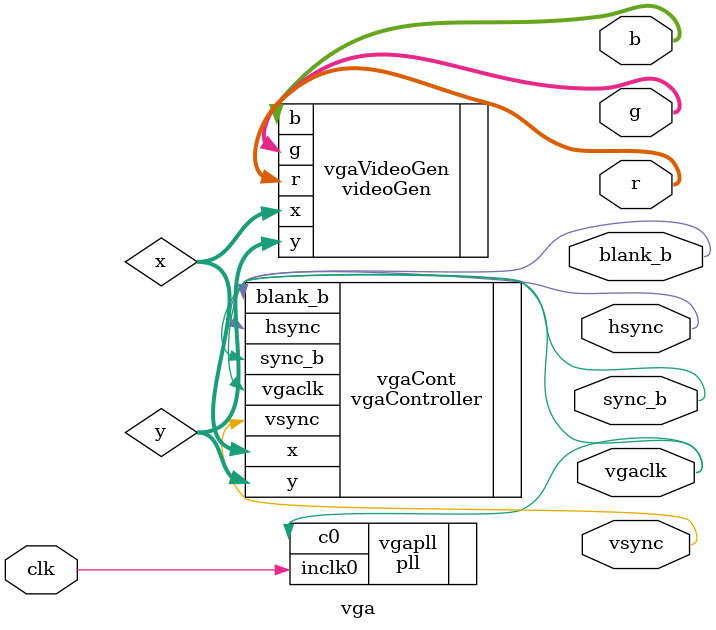
<source format=sv>
module vga(
	input clk,
	output logic vgaclk,
	output logic hsync, vsync,
	output logic sync_b, blank_b,
	output logic [7:0] r, g, b
);
	logic [9:0] x, y;
	pll vgapll(
		.inclk0(clk),
		.c0(vgaclk)
	);
	
	vgaController vgaCont(
		.vgaclk(vgaclk),
		.hsync(hsync),
		.vsync(vsync),
		.sync_b(sync_b),
		.blank_b(blank_b),
		.x(x),
		.y(y)
	);
	
	videoGen vgaVideoGen(
		.x(x),
		.y(y),
		.r(r),
		.g(g),
		.b(b)
	);

endmodule

</source>
